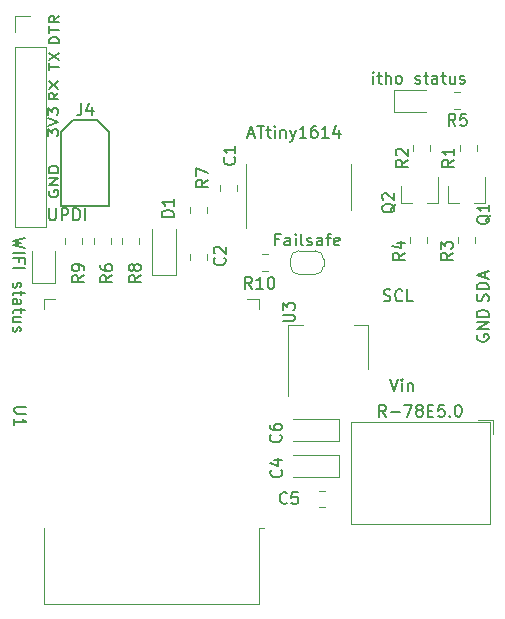
<source format=gto>
G04 #@! TF.GenerationSoftware,KiCad,Pcbnew,(5.1.9-0-10_14)*
G04 #@! TF.CreationDate,2021-01-28T13:50:09+01:00*
G04 #@! TF.ProjectId,ithowifi,6974686f-7769-4666-992e-6b696361645f,rev?*
G04 #@! TF.SameCoordinates,Original*
G04 #@! TF.FileFunction,Legend,Top*
G04 #@! TF.FilePolarity,Positive*
%FSLAX46Y46*%
G04 Gerber Fmt 4.6, Leading zero omitted, Abs format (unit mm)*
G04 Created by KiCad (PCBNEW (5.1.9-0-10_14)) date 2021-01-28 13:50:09*
%MOMM*%
%LPD*%
G01*
G04 APERTURE LIST*
%ADD10C,0.150000*%
%ADD11C,0.120000*%
G04 APERTURE END LIST*
D10*
X87331600Y-121259504D02*
X87293504Y-121354742D01*
X87293504Y-121497600D01*
X87331600Y-121640457D01*
X87407790Y-121735695D01*
X87483980Y-121783314D01*
X87636361Y-121830933D01*
X87750647Y-121830933D01*
X87903028Y-121783314D01*
X87979219Y-121735695D01*
X88055409Y-121640457D01*
X88093504Y-121497600D01*
X88093504Y-121402361D01*
X88055409Y-121259504D01*
X88017314Y-121211885D01*
X87750647Y-121211885D01*
X87750647Y-121402361D01*
X88093504Y-120783314D02*
X87293504Y-120783314D01*
X88093504Y-120211885D01*
X87293504Y-120211885D01*
X88093504Y-119735695D02*
X87293504Y-119735695D01*
X87293504Y-119497600D01*
X87331600Y-119354742D01*
X87407790Y-119259504D01*
X87483980Y-119211885D01*
X87636361Y-119164266D01*
X87750647Y-119164266D01*
X87903028Y-119211885D01*
X87979219Y-119259504D01*
X88055409Y-119354742D01*
X88093504Y-119497600D01*
X88093504Y-119735695D01*
X87268104Y-116681095D02*
X87268104Y-116062047D01*
X87572866Y-116395380D01*
X87572866Y-116252523D01*
X87610961Y-116157285D01*
X87649057Y-116109666D01*
X87725247Y-116062047D01*
X87915723Y-116062047D01*
X87991914Y-116109666D01*
X88030009Y-116157285D01*
X88068104Y-116252523D01*
X88068104Y-116538238D01*
X88030009Y-116633476D01*
X87991914Y-116681095D01*
X87268104Y-115776333D02*
X88068104Y-115443000D01*
X87268104Y-115109666D01*
X87268104Y-114871571D02*
X87268104Y-114252523D01*
X87572866Y-114585857D01*
X87572866Y-114443000D01*
X87610961Y-114347761D01*
X87649057Y-114300142D01*
X87725247Y-114252523D01*
X87915723Y-114252523D01*
X87991914Y-114300142D01*
X88030009Y-114347761D01*
X88068104Y-114443000D01*
X88068104Y-114728714D01*
X88030009Y-114823952D01*
X87991914Y-114871571D01*
X87325390Y-122769380D02*
X87325390Y-123578904D01*
X87373009Y-123674142D01*
X87420628Y-123721761D01*
X87515866Y-123769380D01*
X87706342Y-123769380D01*
X87801580Y-123721761D01*
X87849200Y-123674142D01*
X87896819Y-123578904D01*
X87896819Y-122769380D01*
X88373009Y-123769380D02*
X88373009Y-122769380D01*
X88753961Y-122769380D01*
X88849200Y-122817000D01*
X88896819Y-122864619D01*
X88944438Y-122959857D01*
X88944438Y-123102714D01*
X88896819Y-123197952D01*
X88849200Y-123245571D01*
X88753961Y-123293190D01*
X88373009Y-123293190D01*
X89373009Y-123769380D02*
X89373009Y-122769380D01*
X89611104Y-122769380D01*
X89753961Y-122817000D01*
X89849200Y-122912238D01*
X89896819Y-123007476D01*
X89944438Y-123197952D01*
X89944438Y-123340809D01*
X89896819Y-123531285D01*
X89849200Y-123626523D01*
X89753961Y-123721761D01*
X89611104Y-123769380D01*
X89373009Y-123769380D01*
X90373009Y-123769380D02*
X90373009Y-122769380D01*
X88093504Y-112968066D02*
X87712552Y-113301400D01*
X88093504Y-113539495D02*
X87293504Y-113539495D01*
X87293504Y-113158542D01*
X87331600Y-113063304D01*
X87369695Y-113015685D01*
X87445885Y-112968066D01*
X87560171Y-112968066D01*
X87636361Y-113015685D01*
X87674457Y-113063304D01*
X87712552Y-113158542D01*
X87712552Y-113539495D01*
X87293504Y-112634733D02*
X88093504Y-111968066D01*
X87293504Y-111968066D02*
X88093504Y-112634733D01*
X87318904Y-111048704D02*
X87318904Y-110477276D01*
X88118904Y-110762990D02*
X87318904Y-110762990D01*
X87318904Y-110239180D02*
X88118904Y-109572514D01*
X87318904Y-109572514D02*
X88118904Y-110239180D01*
X88144304Y-108788057D02*
X87344304Y-108788057D01*
X87344304Y-108549961D01*
X87382400Y-108407104D01*
X87458590Y-108311866D01*
X87534780Y-108264247D01*
X87687161Y-108216628D01*
X87801447Y-108216628D01*
X87953828Y-108264247D01*
X88030019Y-108311866D01*
X88106209Y-108407104D01*
X88144304Y-108549961D01*
X88144304Y-108788057D01*
X87344304Y-107930914D02*
X87344304Y-107359485D01*
X88144304Y-107645200D02*
X87344304Y-107645200D01*
X88144304Y-106454723D02*
X87763352Y-106788057D01*
X88144304Y-107026152D02*
X87344304Y-107026152D01*
X87344304Y-106645200D01*
X87382400Y-106549961D01*
X87420495Y-106502342D01*
X87496685Y-106454723D01*
X87610971Y-106454723D01*
X87687161Y-106502342D01*
X87725257Y-106549961D01*
X87763352Y-106645200D01*
X87763352Y-107026152D01*
X116197190Y-137247380D02*
X116530523Y-138247380D01*
X116863857Y-137247380D01*
X117197190Y-138247380D02*
X117197190Y-137580714D01*
X117197190Y-137247380D02*
X117149571Y-137295000D01*
X117197190Y-137342619D01*
X117244809Y-137295000D01*
X117197190Y-137247380D01*
X117197190Y-137342619D01*
X117673380Y-137580714D02*
X117673380Y-138247380D01*
X117673380Y-137675952D02*
X117721000Y-137628333D01*
X117816238Y-137580714D01*
X117959095Y-137580714D01*
X118054333Y-137628333D01*
X118101952Y-137723571D01*
X118101952Y-138247380D01*
X123579000Y-133476904D02*
X123531380Y-133572142D01*
X123531380Y-133715000D01*
X123579000Y-133857857D01*
X123674238Y-133953095D01*
X123769476Y-134000714D01*
X123959952Y-134048333D01*
X124102809Y-134048333D01*
X124293285Y-134000714D01*
X124388523Y-133953095D01*
X124483761Y-133857857D01*
X124531380Y-133715000D01*
X124531380Y-133619761D01*
X124483761Y-133476904D01*
X124436142Y-133429285D01*
X124102809Y-133429285D01*
X124102809Y-133619761D01*
X124531380Y-133000714D02*
X123531380Y-133000714D01*
X124531380Y-132429285D01*
X123531380Y-132429285D01*
X124531380Y-131953095D02*
X123531380Y-131953095D01*
X123531380Y-131715000D01*
X123579000Y-131572142D01*
X123674238Y-131476904D01*
X123769476Y-131429285D01*
X123959952Y-131381666D01*
X124102809Y-131381666D01*
X124293285Y-131429285D01*
X124388523Y-131476904D01*
X124483761Y-131572142D01*
X124531380Y-131715000D01*
X124531380Y-131953095D01*
X115649523Y-130579761D02*
X115792380Y-130627380D01*
X116030476Y-130627380D01*
X116125714Y-130579761D01*
X116173333Y-130532142D01*
X116220952Y-130436904D01*
X116220952Y-130341666D01*
X116173333Y-130246428D01*
X116125714Y-130198809D01*
X116030476Y-130151190D01*
X115840000Y-130103571D01*
X115744761Y-130055952D01*
X115697142Y-130008333D01*
X115649523Y-129913095D01*
X115649523Y-129817857D01*
X115697142Y-129722619D01*
X115744761Y-129675000D01*
X115840000Y-129627380D01*
X116078095Y-129627380D01*
X116220952Y-129675000D01*
X117220952Y-130532142D02*
X117173333Y-130579761D01*
X117030476Y-130627380D01*
X116935238Y-130627380D01*
X116792380Y-130579761D01*
X116697142Y-130484523D01*
X116649523Y-130389285D01*
X116601904Y-130198809D01*
X116601904Y-130055952D01*
X116649523Y-129865476D01*
X116697142Y-129770238D01*
X116792380Y-129675000D01*
X116935238Y-129627380D01*
X117030476Y-129627380D01*
X117173333Y-129675000D01*
X117220952Y-129722619D01*
X118125714Y-130627380D02*
X117649523Y-130627380D01*
X117649523Y-129627380D01*
X124483761Y-130627285D02*
X124531380Y-130484428D01*
X124531380Y-130246333D01*
X124483761Y-130151095D01*
X124436142Y-130103476D01*
X124340904Y-130055857D01*
X124245666Y-130055857D01*
X124150428Y-130103476D01*
X124102809Y-130151095D01*
X124055190Y-130246333D01*
X124007571Y-130436809D01*
X123959952Y-130532047D01*
X123912333Y-130579666D01*
X123817095Y-130627285D01*
X123721857Y-130627285D01*
X123626619Y-130579666D01*
X123579000Y-130532047D01*
X123531380Y-130436809D01*
X123531380Y-130198714D01*
X123579000Y-130055857D01*
X124531380Y-129627285D02*
X123531380Y-129627285D01*
X123531380Y-129389190D01*
X123579000Y-129246333D01*
X123674238Y-129151095D01*
X123769476Y-129103476D01*
X123959952Y-129055857D01*
X124102809Y-129055857D01*
X124293285Y-129103476D01*
X124388523Y-129151095D01*
X124483761Y-129246333D01*
X124531380Y-129389190D01*
X124531380Y-129627285D01*
X124245666Y-128674904D02*
X124245666Y-128198714D01*
X124531380Y-128770142D02*
X123531380Y-128436809D01*
X124531380Y-128103476D01*
D11*
X103997600Y-120966000D02*
X103997600Y-124416000D01*
X103997600Y-120966000D02*
X103997600Y-119016000D01*
X112867600Y-120966000D02*
X112867600Y-122916000D01*
X112867600Y-120966000D02*
X112867600Y-119016000D01*
D10*
X88366600Y-116332000D02*
X88366600Y-122555000D01*
X89382600Y-115316000D02*
X88366600Y-116332000D01*
X91414600Y-115316000D02*
X89382600Y-115316000D01*
X92430600Y-116332000D02*
X91414600Y-115316000D01*
X92430600Y-122555000D02*
X92430600Y-116332000D01*
X88366600Y-122555000D02*
X92430600Y-122555000D01*
D11*
X105097600Y-131260400D02*
X105097600Y-130480400D01*
X105097600Y-130480400D02*
X104097600Y-130480400D01*
X86857600Y-131260400D02*
X86857600Y-130480400D01*
X86857600Y-130480400D02*
X87857600Y-130480400D01*
X105097600Y-156225400D02*
X86857600Y-156225400D01*
X86857600Y-156225400D02*
X86857600Y-149805400D01*
X105097600Y-156225400D02*
X105097600Y-149805400D01*
X105097600Y-149805400D02*
X105477600Y-149805400D01*
X110554200Y-127055600D02*
X110554200Y-127655600D01*
X108454200Y-126355600D02*
X109854200Y-126355600D01*
X107754200Y-127655600D02*
X107754200Y-127055600D01*
X109854200Y-128355600D02*
X108454200Y-128355600D01*
X110554200Y-127655600D02*
G75*
G02*
X109854200Y-128355600I-700000J0D01*
G01*
X109854200Y-126355600D02*
G75*
G02*
X110554200Y-127055600I0J-700000D01*
G01*
X107754200Y-127055600D02*
G75*
G02*
X108454200Y-126355600I700000J0D01*
G01*
X108454200Y-128355600D02*
G75*
G02*
X107754200Y-127655600I0J700000D01*
G01*
X105306122Y-126645600D02*
X105823278Y-126645600D01*
X105306122Y-128065600D02*
X105823278Y-128065600D01*
X107946400Y-142489200D02*
X111856400Y-142489200D01*
X111856400Y-142489200D02*
X111856400Y-140619200D01*
X111856400Y-140619200D02*
X107946400Y-140619200D01*
X107950200Y-145486400D02*
X111860200Y-145486400D01*
X111860200Y-145486400D02*
X111860200Y-143616400D01*
X111860200Y-143616400D02*
X107950200Y-143616400D01*
X85908000Y-126404100D02*
X85908000Y-129089100D01*
X85908000Y-129089100D02*
X87828000Y-129089100D01*
X87828000Y-129089100D02*
X87828000Y-126404100D01*
X90118000Y-125265922D02*
X90118000Y-125783078D01*
X88698000Y-125265922D02*
X88698000Y-125783078D01*
X114357200Y-132608000D02*
X113097200Y-132608000D01*
X107537200Y-132608000D02*
X108797200Y-132608000D01*
X114357200Y-136368000D02*
X114357200Y-132608000D01*
X107537200Y-138618000D02*
X107537200Y-132608000D01*
X93524000Y-125783078D02*
X93524000Y-125265922D01*
X94944000Y-125783078D02*
X94944000Y-125265922D01*
X99239000Y-123166878D02*
X99239000Y-122649722D01*
X100659000Y-123166878D02*
X100659000Y-122649722D01*
X84395000Y-124367600D02*
X87055000Y-124367600D01*
X84395000Y-109067600D02*
X84395000Y-124367600D01*
X87055000Y-109067600D02*
X87055000Y-124367600D01*
X84395000Y-109067600D02*
X87055000Y-109067600D01*
X84395000Y-107797600D02*
X84395000Y-106467600D01*
X84395000Y-106467600D02*
X85725000Y-106467600D01*
X96028000Y-128436200D02*
X98028000Y-128436200D01*
X98028000Y-128436200D02*
X98028000Y-124536200D01*
X96028000Y-128436200D02*
X96028000Y-124536200D01*
X110178322Y-146660800D02*
X110695478Y-146660800D01*
X110178322Y-148080800D02*
X110695478Y-148080800D01*
X100659000Y-126614422D02*
X100659000Y-127131578D01*
X99239000Y-126614422D02*
X99239000Y-127131578D01*
X119237000Y-112705000D02*
X116552000Y-112705000D01*
X116552000Y-112705000D02*
X116552000Y-114625000D01*
X116552000Y-114625000D02*
X119237000Y-114625000D01*
X92531000Y-125783078D02*
X92531000Y-125265922D01*
X91111000Y-125783078D02*
X91111000Y-125265922D01*
X122150878Y-114375000D02*
X121633722Y-114375000D01*
X122150878Y-112955000D02*
X121633722Y-112955000D01*
X119328000Y-125202422D02*
X119328000Y-125719578D01*
X117908000Y-125202422D02*
X117908000Y-125719578D01*
X123392000Y-125202422D02*
X123392000Y-125719578D01*
X121972000Y-125202422D02*
X121972000Y-125719578D01*
X119582000Y-117365822D02*
X119582000Y-117882978D01*
X118162000Y-117365822D02*
X118162000Y-117882978D01*
X122149800Y-117882978D02*
X122149800Y-117365822D01*
X123569800Y-117882978D02*
X123569800Y-117365822D01*
X103224400Y-121312678D02*
X103224400Y-120795522D01*
X101804400Y-121312678D02*
X101804400Y-120795522D01*
X117078600Y-122299000D02*
X118008600Y-122299000D01*
X120238600Y-122299000D02*
X119308600Y-122299000D01*
X120238600Y-122299000D02*
X120238600Y-120139000D01*
X117078600Y-122299000D02*
X117078600Y-120839000D01*
X121076600Y-122299000D02*
X122006600Y-122299000D01*
X124236600Y-122299000D02*
X123306600Y-122299000D01*
X124236600Y-122299000D02*
X124236600Y-120139000D01*
X121076600Y-122299000D02*
X121076600Y-120839000D01*
X124630600Y-149511200D02*
X112909600Y-149511200D01*
X124630600Y-140891200D02*
X112909600Y-140891200D01*
X124630600Y-149511200D02*
X124630600Y-140891200D01*
X112909600Y-149511200D02*
X112909600Y-140891200D01*
X124870600Y-141891200D02*
X124870600Y-140651200D01*
X124870600Y-140651200D02*
X123630600Y-140651200D01*
D10*
X104196047Y-116498666D02*
X104672238Y-116498666D01*
X104100809Y-116784380D02*
X104434142Y-115784380D01*
X104767476Y-116784380D01*
X104957952Y-115784380D02*
X105529380Y-115784380D01*
X105243666Y-116784380D02*
X105243666Y-115784380D01*
X105719857Y-116117714D02*
X106100809Y-116117714D01*
X105862714Y-115784380D02*
X105862714Y-116641523D01*
X105910333Y-116736761D01*
X106005571Y-116784380D01*
X106100809Y-116784380D01*
X106434142Y-116784380D02*
X106434142Y-116117714D01*
X106434142Y-115784380D02*
X106386523Y-115832000D01*
X106434142Y-115879619D01*
X106481761Y-115832000D01*
X106434142Y-115784380D01*
X106434142Y-115879619D01*
X106910333Y-116117714D02*
X106910333Y-116784380D01*
X106910333Y-116212952D02*
X106957952Y-116165333D01*
X107053190Y-116117714D01*
X107196047Y-116117714D01*
X107291285Y-116165333D01*
X107338904Y-116260571D01*
X107338904Y-116784380D01*
X107719857Y-116117714D02*
X107957952Y-116784380D01*
X108196047Y-116117714D02*
X107957952Y-116784380D01*
X107862714Y-117022476D01*
X107815095Y-117070095D01*
X107719857Y-117117714D01*
X109100809Y-116784380D02*
X108529380Y-116784380D01*
X108815095Y-116784380D02*
X108815095Y-115784380D01*
X108719857Y-115927238D01*
X108624619Y-116022476D01*
X108529380Y-116070095D01*
X109957952Y-115784380D02*
X109767476Y-115784380D01*
X109672238Y-115832000D01*
X109624619Y-115879619D01*
X109529380Y-116022476D01*
X109481761Y-116212952D01*
X109481761Y-116593904D01*
X109529380Y-116689142D01*
X109577000Y-116736761D01*
X109672238Y-116784380D01*
X109862714Y-116784380D01*
X109957952Y-116736761D01*
X110005571Y-116689142D01*
X110053190Y-116593904D01*
X110053190Y-116355809D01*
X110005571Y-116260571D01*
X109957952Y-116212952D01*
X109862714Y-116165333D01*
X109672238Y-116165333D01*
X109577000Y-116212952D01*
X109529380Y-116260571D01*
X109481761Y-116355809D01*
X111005571Y-116784380D02*
X110434142Y-116784380D01*
X110719857Y-116784380D02*
X110719857Y-115784380D01*
X110624619Y-115927238D01*
X110529380Y-116022476D01*
X110434142Y-116070095D01*
X111862714Y-116117714D02*
X111862714Y-116784380D01*
X111624619Y-115736761D02*
X111386523Y-116451047D01*
X112005571Y-116451047D01*
X90052566Y-113879380D02*
X90052566Y-114593666D01*
X90004947Y-114736523D01*
X89909709Y-114831761D01*
X89766852Y-114879380D01*
X89671614Y-114879380D01*
X90957328Y-114212714D02*
X90957328Y-114879380D01*
X90719233Y-113831761D02*
X90481138Y-114546047D01*
X91100185Y-114546047D01*
X85383619Y-139573095D02*
X84574095Y-139573095D01*
X84478857Y-139620714D01*
X84431238Y-139668333D01*
X84383619Y-139763571D01*
X84383619Y-139954047D01*
X84431238Y-140049285D01*
X84478857Y-140096904D01*
X84574095Y-140144523D01*
X85383619Y-140144523D01*
X84383619Y-141144523D02*
X84383619Y-140573095D01*
X84383619Y-140858809D02*
X85383619Y-140858809D01*
X85240761Y-140763571D01*
X85145523Y-140668333D01*
X85097904Y-140573095D01*
X106773247Y-125384171D02*
X106439914Y-125384171D01*
X106439914Y-125907980D02*
X106439914Y-124907980D01*
X106916104Y-124907980D01*
X107725628Y-125907980D02*
X107725628Y-125384171D01*
X107678009Y-125288933D01*
X107582771Y-125241314D01*
X107392295Y-125241314D01*
X107297057Y-125288933D01*
X107725628Y-125860361D02*
X107630390Y-125907980D01*
X107392295Y-125907980D01*
X107297057Y-125860361D01*
X107249438Y-125765123D01*
X107249438Y-125669885D01*
X107297057Y-125574647D01*
X107392295Y-125527028D01*
X107630390Y-125527028D01*
X107725628Y-125479409D01*
X108201819Y-125907980D02*
X108201819Y-125241314D01*
X108201819Y-124907980D02*
X108154200Y-124955600D01*
X108201819Y-125003219D01*
X108249438Y-124955600D01*
X108201819Y-124907980D01*
X108201819Y-125003219D01*
X108820866Y-125907980D02*
X108725628Y-125860361D01*
X108678009Y-125765123D01*
X108678009Y-124907980D01*
X109154200Y-125860361D02*
X109249438Y-125907980D01*
X109439914Y-125907980D01*
X109535152Y-125860361D01*
X109582771Y-125765123D01*
X109582771Y-125717504D01*
X109535152Y-125622266D01*
X109439914Y-125574647D01*
X109297057Y-125574647D01*
X109201819Y-125527028D01*
X109154200Y-125431790D01*
X109154200Y-125384171D01*
X109201819Y-125288933D01*
X109297057Y-125241314D01*
X109439914Y-125241314D01*
X109535152Y-125288933D01*
X110439914Y-125907980D02*
X110439914Y-125384171D01*
X110392295Y-125288933D01*
X110297057Y-125241314D01*
X110106580Y-125241314D01*
X110011342Y-125288933D01*
X110439914Y-125860361D02*
X110344676Y-125907980D01*
X110106580Y-125907980D01*
X110011342Y-125860361D01*
X109963723Y-125765123D01*
X109963723Y-125669885D01*
X110011342Y-125574647D01*
X110106580Y-125527028D01*
X110344676Y-125527028D01*
X110439914Y-125479409D01*
X110773247Y-125241314D02*
X111154200Y-125241314D01*
X110916104Y-125907980D02*
X110916104Y-125050838D01*
X110963723Y-124955600D01*
X111058961Y-124907980D01*
X111154200Y-124907980D01*
X111868485Y-125860361D02*
X111773247Y-125907980D01*
X111582771Y-125907980D01*
X111487533Y-125860361D01*
X111439914Y-125765123D01*
X111439914Y-125384171D01*
X111487533Y-125288933D01*
X111582771Y-125241314D01*
X111773247Y-125241314D01*
X111868485Y-125288933D01*
X111916104Y-125384171D01*
X111916104Y-125479409D01*
X111439914Y-125574647D01*
X104487742Y-129585980D02*
X104154409Y-129109790D01*
X103916314Y-129585980D02*
X103916314Y-128585980D01*
X104297266Y-128585980D01*
X104392504Y-128633600D01*
X104440123Y-128681219D01*
X104487742Y-128776457D01*
X104487742Y-128919314D01*
X104440123Y-129014552D01*
X104392504Y-129062171D01*
X104297266Y-129109790D01*
X103916314Y-129109790D01*
X105440123Y-129585980D02*
X104868695Y-129585980D01*
X105154409Y-129585980D02*
X105154409Y-128585980D01*
X105059171Y-128728838D01*
X104963933Y-128824076D01*
X104868695Y-128871695D01*
X106059171Y-128585980D02*
X106154409Y-128585980D01*
X106249647Y-128633600D01*
X106297266Y-128681219D01*
X106344885Y-128776457D01*
X106392504Y-128966933D01*
X106392504Y-129205028D01*
X106344885Y-129395504D01*
X106297266Y-129490742D01*
X106249647Y-129538361D01*
X106154409Y-129585980D01*
X106059171Y-129585980D01*
X105963933Y-129538361D01*
X105916314Y-129490742D01*
X105868695Y-129395504D01*
X105821076Y-129205028D01*
X105821076Y-128966933D01*
X105868695Y-128776457D01*
X105916314Y-128681219D01*
X105963933Y-128633600D01*
X106059171Y-128585980D01*
X106910142Y-141949466D02*
X106957761Y-141997085D01*
X107005380Y-142139942D01*
X107005380Y-142235180D01*
X106957761Y-142378038D01*
X106862523Y-142473276D01*
X106767285Y-142520895D01*
X106576809Y-142568514D01*
X106433952Y-142568514D01*
X106243476Y-142520895D01*
X106148238Y-142473276D01*
X106053000Y-142378038D01*
X106005380Y-142235180D01*
X106005380Y-142139942D01*
X106053000Y-141997085D01*
X106100619Y-141949466D01*
X106005380Y-141092323D02*
X106005380Y-141282800D01*
X106053000Y-141378038D01*
X106100619Y-141425657D01*
X106243476Y-141520895D01*
X106433952Y-141568514D01*
X106814904Y-141568514D01*
X106910142Y-141520895D01*
X106957761Y-141473276D01*
X107005380Y-141378038D01*
X107005380Y-141187561D01*
X106957761Y-141092323D01*
X106910142Y-141044704D01*
X106814904Y-140997085D01*
X106576809Y-140997085D01*
X106481571Y-141044704D01*
X106433952Y-141092323D01*
X106386333Y-141187561D01*
X106386333Y-141378038D01*
X106433952Y-141473276D01*
X106481571Y-141520895D01*
X106576809Y-141568514D01*
X106960942Y-144921266D02*
X107008561Y-144968885D01*
X107056180Y-145111742D01*
X107056180Y-145206980D01*
X107008561Y-145349838D01*
X106913323Y-145445076D01*
X106818085Y-145492695D01*
X106627609Y-145540314D01*
X106484752Y-145540314D01*
X106294276Y-145492695D01*
X106199038Y-145445076D01*
X106103800Y-145349838D01*
X106056180Y-145206980D01*
X106056180Y-145111742D01*
X106103800Y-144968885D01*
X106151419Y-144921266D01*
X106389514Y-144064123D02*
X107056180Y-144064123D01*
X106008561Y-144302219D02*
X106722847Y-144540314D01*
X106722847Y-143921266D01*
X85256619Y-125286000D02*
X84256619Y-125524095D01*
X84970904Y-125714571D01*
X84256619Y-125905047D01*
X85256619Y-126143142D01*
X84256619Y-126524095D02*
X85256619Y-126524095D01*
X84780428Y-127333619D02*
X84780428Y-127000285D01*
X84256619Y-127000285D02*
X85256619Y-127000285D01*
X85256619Y-127476476D01*
X84256619Y-127857428D02*
X85256619Y-127857428D01*
X84304238Y-129047904D02*
X84256619Y-129143142D01*
X84256619Y-129333619D01*
X84304238Y-129428857D01*
X84399476Y-129476476D01*
X84447095Y-129476476D01*
X84542333Y-129428857D01*
X84589952Y-129333619D01*
X84589952Y-129190761D01*
X84637571Y-129095523D01*
X84732809Y-129047904D01*
X84780428Y-129047904D01*
X84875666Y-129095523D01*
X84923285Y-129190761D01*
X84923285Y-129333619D01*
X84875666Y-129428857D01*
X84923285Y-129762190D02*
X84923285Y-130143142D01*
X85256619Y-129905047D02*
X84399476Y-129905047D01*
X84304238Y-129952666D01*
X84256619Y-130047904D01*
X84256619Y-130143142D01*
X84256619Y-130905047D02*
X84780428Y-130905047D01*
X84875666Y-130857428D01*
X84923285Y-130762190D01*
X84923285Y-130571714D01*
X84875666Y-130476476D01*
X84304238Y-130905047D02*
X84256619Y-130809809D01*
X84256619Y-130571714D01*
X84304238Y-130476476D01*
X84399476Y-130428857D01*
X84494714Y-130428857D01*
X84589952Y-130476476D01*
X84637571Y-130571714D01*
X84637571Y-130809809D01*
X84685190Y-130905047D01*
X84923285Y-131238380D02*
X84923285Y-131619333D01*
X85256619Y-131381238D02*
X84399476Y-131381238D01*
X84304238Y-131428857D01*
X84256619Y-131524095D01*
X84256619Y-131619333D01*
X84923285Y-132381238D02*
X84256619Y-132381238D01*
X84923285Y-131952666D02*
X84399476Y-131952666D01*
X84304238Y-132000285D01*
X84256619Y-132095523D01*
X84256619Y-132238380D01*
X84304238Y-132333619D01*
X84351857Y-132381238D01*
X84304238Y-132809809D02*
X84256619Y-132905047D01*
X84256619Y-133095523D01*
X84304238Y-133190761D01*
X84399476Y-133238380D01*
X84447095Y-133238380D01*
X84542333Y-133190761D01*
X84589952Y-133095523D01*
X84589952Y-132952666D01*
X84637571Y-132857428D01*
X84732809Y-132809809D01*
X84780428Y-132809809D01*
X84875666Y-132857428D01*
X84923285Y-132952666D01*
X84923285Y-133095523D01*
X84875666Y-133190761D01*
X90241380Y-128436666D02*
X89765190Y-128770000D01*
X90241380Y-129008095D02*
X89241380Y-129008095D01*
X89241380Y-128627142D01*
X89289000Y-128531904D01*
X89336619Y-128484285D01*
X89431857Y-128436666D01*
X89574714Y-128436666D01*
X89669952Y-128484285D01*
X89717571Y-128531904D01*
X89765190Y-128627142D01*
X89765190Y-129008095D01*
X90241380Y-127960476D02*
X90241380Y-127770000D01*
X90193761Y-127674761D01*
X90146142Y-127627142D01*
X90003285Y-127531904D01*
X89812809Y-127484285D01*
X89431857Y-127484285D01*
X89336619Y-127531904D01*
X89289000Y-127579523D01*
X89241380Y-127674761D01*
X89241380Y-127865238D01*
X89289000Y-127960476D01*
X89336619Y-128008095D01*
X89431857Y-128055714D01*
X89669952Y-128055714D01*
X89765190Y-128008095D01*
X89812809Y-127960476D01*
X89860428Y-127865238D01*
X89860428Y-127674761D01*
X89812809Y-127579523D01*
X89765190Y-127531904D01*
X89669952Y-127484285D01*
X107097580Y-132333504D02*
X107907104Y-132333504D01*
X108002342Y-132285885D01*
X108049961Y-132238266D01*
X108097580Y-132143028D01*
X108097580Y-131952552D01*
X108049961Y-131857314D01*
X108002342Y-131809695D01*
X107907104Y-131762076D01*
X107097580Y-131762076D01*
X107097580Y-131381123D02*
X107097580Y-130762076D01*
X107478533Y-131095409D01*
X107478533Y-130952552D01*
X107526152Y-130857314D01*
X107573771Y-130809695D01*
X107669009Y-130762076D01*
X107907104Y-130762076D01*
X108002342Y-130809695D01*
X108049961Y-130857314D01*
X108097580Y-130952552D01*
X108097580Y-131238266D01*
X108049961Y-131333504D01*
X108002342Y-131381123D01*
X95067380Y-128436666D02*
X94591190Y-128770000D01*
X95067380Y-129008095D02*
X94067380Y-129008095D01*
X94067380Y-128627142D01*
X94115000Y-128531904D01*
X94162619Y-128484285D01*
X94257857Y-128436666D01*
X94400714Y-128436666D01*
X94495952Y-128484285D01*
X94543571Y-128531904D01*
X94591190Y-128627142D01*
X94591190Y-129008095D01*
X94495952Y-127865238D02*
X94448333Y-127960476D01*
X94400714Y-128008095D01*
X94305476Y-128055714D01*
X94257857Y-128055714D01*
X94162619Y-128008095D01*
X94115000Y-127960476D01*
X94067380Y-127865238D01*
X94067380Y-127674761D01*
X94115000Y-127579523D01*
X94162619Y-127531904D01*
X94257857Y-127484285D01*
X94305476Y-127484285D01*
X94400714Y-127531904D01*
X94448333Y-127579523D01*
X94495952Y-127674761D01*
X94495952Y-127865238D01*
X94543571Y-127960476D01*
X94591190Y-128008095D01*
X94686428Y-128055714D01*
X94876904Y-128055714D01*
X94972142Y-128008095D01*
X95019761Y-127960476D01*
X95067380Y-127865238D01*
X95067380Y-127674761D01*
X95019761Y-127579523D01*
X94972142Y-127531904D01*
X94876904Y-127484285D01*
X94686428Y-127484285D01*
X94591190Y-127531904D01*
X94543571Y-127579523D01*
X94495952Y-127674761D01*
X100782380Y-120359466D02*
X100306190Y-120692800D01*
X100782380Y-120930895D02*
X99782380Y-120930895D01*
X99782380Y-120549942D01*
X99830000Y-120454704D01*
X99877619Y-120407085D01*
X99972857Y-120359466D01*
X100115714Y-120359466D01*
X100210952Y-120407085D01*
X100258571Y-120454704D01*
X100306190Y-120549942D01*
X100306190Y-120930895D01*
X99782380Y-120026133D02*
X99782380Y-119359466D01*
X100782380Y-119788038D01*
X97861380Y-123495295D02*
X96861380Y-123495295D01*
X96861380Y-123257200D01*
X96909000Y-123114342D01*
X97004238Y-123019104D01*
X97099476Y-122971485D01*
X97289952Y-122923866D01*
X97432809Y-122923866D01*
X97623285Y-122971485D01*
X97718523Y-123019104D01*
X97813761Y-123114342D01*
X97861380Y-123257200D01*
X97861380Y-123495295D01*
X97861380Y-121971485D02*
X97861380Y-122542914D01*
X97861380Y-122257200D02*
X96861380Y-122257200D01*
X97004238Y-122352438D01*
X97099476Y-122447676D01*
X97147095Y-122542914D01*
X107453133Y-147702542D02*
X107405514Y-147750161D01*
X107262657Y-147797780D01*
X107167419Y-147797780D01*
X107024561Y-147750161D01*
X106929323Y-147654923D01*
X106881704Y-147559685D01*
X106834085Y-147369209D01*
X106834085Y-147226352D01*
X106881704Y-147035876D01*
X106929323Y-146940638D01*
X107024561Y-146845400D01*
X107167419Y-146797780D01*
X107262657Y-146797780D01*
X107405514Y-146845400D01*
X107453133Y-146893019D01*
X108357895Y-146797780D02*
X107881704Y-146797780D01*
X107834085Y-147273971D01*
X107881704Y-147226352D01*
X107976942Y-147178733D01*
X108215038Y-147178733D01*
X108310276Y-147226352D01*
X108357895Y-147273971D01*
X108405514Y-147369209D01*
X108405514Y-147607304D01*
X108357895Y-147702542D01*
X108310276Y-147750161D01*
X108215038Y-147797780D01*
X107976942Y-147797780D01*
X107881704Y-147750161D01*
X107834085Y-147702542D01*
X102160342Y-126961166D02*
X102207961Y-127008785D01*
X102255580Y-127151642D01*
X102255580Y-127246880D01*
X102207961Y-127389738D01*
X102112723Y-127484976D01*
X102017485Y-127532595D01*
X101827009Y-127580214D01*
X101684152Y-127580214D01*
X101493676Y-127532595D01*
X101398438Y-127484976D01*
X101303200Y-127389738D01*
X101255580Y-127246880D01*
X101255580Y-127151642D01*
X101303200Y-127008785D01*
X101350819Y-126961166D01*
X101350819Y-126580214D02*
X101303200Y-126532595D01*
X101255580Y-126437357D01*
X101255580Y-126199261D01*
X101303200Y-126104023D01*
X101350819Y-126056404D01*
X101446057Y-126008785D01*
X101541295Y-126008785D01*
X101684152Y-126056404D01*
X102255580Y-126627833D01*
X102255580Y-126008785D01*
X114760857Y-112212380D02*
X114760857Y-111545714D01*
X114760857Y-111212380D02*
X114713238Y-111260000D01*
X114760857Y-111307619D01*
X114808476Y-111260000D01*
X114760857Y-111212380D01*
X114760857Y-111307619D01*
X115094190Y-111545714D02*
X115475142Y-111545714D01*
X115237047Y-111212380D02*
X115237047Y-112069523D01*
X115284666Y-112164761D01*
X115379904Y-112212380D01*
X115475142Y-112212380D01*
X115808476Y-112212380D02*
X115808476Y-111212380D01*
X116237047Y-112212380D02*
X116237047Y-111688571D01*
X116189428Y-111593333D01*
X116094190Y-111545714D01*
X115951333Y-111545714D01*
X115856095Y-111593333D01*
X115808476Y-111640952D01*
X116856095Y-112212380D02*
X116760857Y-112164761D01*
X116713238Y-112117142D01*
X116665619Y-112021904D01*
X116665619Y-111736190D01*
X116713238Y-111640952D01*
X116760857Y-111593333D01*
X116856095Y-111545714D01*
X116998952Y-111545714D01*
X117094190Y-111593333D01*
X117141809Y-111640952D01*
X117189428Y-111736190D01*
X117189428Y-112021904D01*
X117141809Y-112117142D01*
X117094190Y-112164761D01*
X116998952Y-112212380D01*
X116856095Y-112212380D01*
X118332285Y-112164761D02*
X118427523Y-112212380D01*
X118618000Y-112212380D01*
X118713238Y-112164761D01*
X118760857Y-112069523D01*
X118760857Y-112021904D01*
X118713238Y-111926666D01*
X118618000Y-111879047D01*
X118475142Y-111879047D01*
X118379904Y-111831428D01*
X118332285Y-111736190D01*
X118332285Y-111688571D01*
X118379904Y-111593333D01*
X118475142Y-111545714D01*
X118618000Y-111545714D01*
X118713238Y-111593333D01*
X119046571Y-111545714D02*
X119427523Y-111545714D01*
X119189428Y-111212380D02*
X119189428Y-112069523D01*
X119237047Y-112164761D01*
X119332285Y-112212380D01*
X119427523Y-112212380D01*
X120189428Y-112212380D02*
X120189428Y-111688571D01*
X120141809Y-111593333D01*
X120046571Y-111545714D01*
X119856095Y-111545714D01*
X119760857Y-111593333D01*
X120189428Y-112164761D02*
X120094190Y-112212380D01*
X119856095Y-112212380D01*
X119760857Y-112164761D01*
X119713238Y-112069523D01*
X119713238Y-111974285D01*
X119760857Y-111879047D01*
X119856095Y-111831428D01*
X120094190Y-111831428D01*
X120189428Y-111783809D01*
X120522761Y-111545714D02*
X120903714Y-111545714D01*
X120665619Y-111212380D02*
X120665619Y-112069523D01*
X120713238Y-112164761D01*
X120808476Y-112212380D01*
X120903714Y-112212380D01*
X121665619Y-111545714D02*
X121665619Y-112212380D01*
X121237047Y-111545714D02*
X121237047Y-112069523D01*
X121284666Y-112164761D01*
X121379904Y-112212380D01*
X121522761Y-112212380D01*
X121618000Y-112164761D01*
X121665619Y-112117142D01*
X122094190Y-112164761D02*
X122189428Y-112212380D01*
X122379904Y-112212380D01*
X122475142Y-112164761D01*
X122522761Y-112069523D01*
X122522761Y-112021904D01*
X122475142Y-111926666D01*
X122379904Y-111879047D01*
X122237047Y-111879047D01*
X122141809Y-111831428D01*
X122094190Y-111736190D01*
X122094190Y-111688571D01*
X122141809Y-111593333D01*
X122237047Y-111545714D01*
X122379904Y-111545714D01*
X122475142Y-111593333D01*
X92654380Y-128436666D02*
X92178190Y-128770000D01*
X92654380Y-129008095D02*
X91654380Y-129008095D01*
X91654380Y-128627142D01*
X91702000Y-128531904D01*
X91749619Y-128484285D01*
X91844857Y-128436666D01*
X91987714Y-128436666D01*
X92082952Y-128484285D01*
X92130571Y-128531904D01*
X92178190Y-128627142D01*
X92178190Y-129008095D01*
X91654380Y-127579523D02*
X91654380Y-127770000D01*
X91702000Y-127865238D01*
X91749619Y-127912857D01*
X91892476Y-128008095D01*
X92082952Y-128055714D01*
X92463904Y-128055714D01*
X92559142Y-128008095D01*
X92606761Y-127960476D01*
X92654380Y-127865238D01*
X92654380Y-127674761D01*
X92606761Y-127579523D01*
X92559142Y-127531904D01*
X92463904Y-127484285D01*
X92225809Y-127484285D01*
X92130571Y-127531904D01*
X92082952Y-127579523D01*
X92035333Y-127674761D01*
X92035333Y-127865238D01*
X92082952Y-127960476D01*
X92130571Y-128008095D01*
X92225809Y-128055714D01*
X121725633Y-115767380D02*
X121392300Y-115291190D01*
X121154204Y-115767380D02*
X121154204Y-114767380D01*
X121535157Y-114767380D01*
X121630395Y-114815000D01*
X121678014Y-114862619D01*
X121725633Y-114957857D01*
X121725633Y-115100714D01*
X121678014Y-115195952D01*
X121630395Y-115243571D01*
X121535157Y-115291190D01*
X121154204Y-115291190D01*
X122630395Y-114767380D02*
X122154204Y-114767380D01*
X122106585Y-115243571D01*
X122154204Y-115195952D01*
X122249442Y-115148333D01*
X122487538Y-115148333D01*
X122582776Y-115195952D01*
X122630395Y-115243571D01*
X122678014Y-115338809D01*
X122678014Y-115576904D01*
X122630395Y-115672142D01*
X122582776Y-115719761D01*
X122487538Y-115767380D01*
X122249442Y-115767380D01*
X122154204Y-115719761D01*
X122106585Y-115672142D01*
X117419380Y-126531666D02*
X116943190Y-126865000D01*
X117419380Y-127103095D02*
X116419380Y-127103095D01*
X116419380Y-126722142D01*
X116467000Y-126626904D01*
X116514619Y-126579285D01*
X116609857Y-126531666D01*
X116752714Y-126531666D01*
X116847952Y-126579285D01*
X116895571Y-126626904D01*
X116943190Y-126722142D01*
X116943190Y-127103095D01*
X116752714Y-125674523D02*
X117419380Y-125674523D01*
X116371761Y-125912619D02*
X117086047Y-126150714D01*
X117086047Y-125531666D01*
X121483380Y-126531666D02*
X121007190Y-126865000D01*
X121483380Y-127103095D02*
X120483380Y-127103095D01*
X120483380Y-126722142D01*
X120531000Y-126626904D01*
X120578619Y-126579285D01*
X120673857Y-126531666D01*
X120816714Y-126531666D01*
X120911952Y-126579285D01*
X120959571Y-126626904D01*
X121007190Y-126722142D01*
X121007190Y-127103095D01*
X120483380Y-126198333D02*
X120483380Y-125579285D01*
X120864333Y-125912619D01*
X120864333Y-125769761D01*
X120911952Y-125674523D01*
X120959571Y-125626904D01*
X121054809Y-125579285D01*
X121292904Y-125579285D01*
X121388142Y-125626904D01*
X121435761Y-125674523D01*
X121483380Y-125769761D01*
X121483380Y-126055476D01*
X121435761Y-126150714D01*
X121388142Y-126198333D01*
X117673380Y-118657666D02*
X117197190Y-118991000D01*
X117673380Y-119229095D02*
X116673380Y-119229095D01*
X116673380Y-118848142D01*
X116721000Y-118752904D01*
X116768619Y-118705285D01*
X116863857Y-118657666D01*
X117006714Y-118657666D01*
X117101952Y-118705285D01*
X117149571Y-118752904D01*
X117197190Y-118848142D01*
X117197190Y-119229095D01*
X116768619Y-118276714D02*
X116721000Y-118229095D01*
X116673380Y-118133857D01*
X116673380Y-117895761D01*
X116721000Y-117800523D01*
X116768619Y-117752904D01*
X116863857Y-117705285D01*
X116959095Y-117705285D01*
X117101952Y-117752904D01*
X117673380Y-118324333D01*
X117673380Y-117705285D01*
X121610380Y-118657666D02*
X121134190Y-118991000D01*
X121610380Y-119229095D02*
X120610380Y-119229095D01*
X120610380Y-118848142D01*
X120658000Y-118752904D01*
X120705619Y-118705285D01*
X120800857Y-118657666D01*
X120943714Y-118657666D01*
X121038952Y-118705285D01*
X121086571Y-118752904D01*
X121134190Y-118848142D01*
X121134190Y-119229095D01*
X121610380Y-117705285D02*
X121610380Y-118276714D01*
X121610380Y-117991000D02*
X120610380Y-117991000D01*
X120753238Y-118086238D01*
X120848476Y-118181476D01*
X120896095Y-118276714D01*
X102998542Y-118454466D02*
X103046161Y-118502085D01*
X103093780Y-118644942D01*
X103093780Y-118740180D01*
X103046161Y-118883038D01*
X102950923Y-118978276D01*
X102855685Y-119025895D01*
X102665209Y-119073514D01*
X102522352Y-119073514D01*
X102331876Y-119025895D01*
X102236638Y-118978276D01*
X102141400Y-118883038D01*
X102093780Y-118740180D01*
X102093780Y-118644942D01*
X102141400Y-118502085D01*
X102189019Y-118454466D01*
X103093780Y-117502085D02*
X103093780Y-118073514D01*
X103093780Y-117787800D02*
X102093780Y-117787800D01*
X102236638Y-117883038D01*
X102331876Y-117978276D01*
X102379495Y-118073514D01*
X116622219Y-122380238D02*
X116574600Y-122475476D01*
X116479361Y-122570714D01*
X116336504Y-122713571D01*
X116288885Y-122808809D01*
X116288885Y-122904047D01*
X116526980Y-122856428D02*
X116479361Y-122951666D01*
X116384123Y-123046904D01*
X116193647Y-123094523D01*
X115860314Y-123094523D01*
X115669838Y-123046904D01*
X115574600Y-122951666D01*
X115526980Y-122856428D01*
X115526980Y-122665952D01*
X115574600Y-122570714D01*
X115669838Y-122475476D01*
X115860314Y-122427857D01*
X116193647Y-122427857D01*
X116384123Y-122475476D01*
X116479361Y-122570714D01*
X116526980Y-122665952D01*
X116526980Y-122856428D01*
X115622219Y-122046904D02*
X115574600Y-121999285D01*
X115526980Y-121904047D01*
X115526980Y-121665952D01*
X115574600Y-121570714D01*
X115622219Y-121523095D01*
X115717457Y-121475476D01*
X115812695Y-121475476D01*
X115955552Y-121523095D01*
X116526980Y-122094523D01*
X116526980Y-121475476D01*
X124664719Y-123348738D02*
X124617100Y-123443976D01*
X124521861Y-123539214D01*
X124379004Y-123682071D01*
X124331385Y-123777309D01*
X124331385Y-123872547D01*
X124569480Y-123824928D02*
X124521861Y-123920166D01*
X124426623Y-124015404D01*
X124236147Y-124063023D01*
X123902814Y-124063023D01*
X123712338Y-124015404D01*
X123617100Y-123920166D01*
X123569480Y-123824928D01*
X123569480Y-123634452D01*
X123617100Y-123539214D01*
X123712338Y-123443976D01*
X123902814Y-123396357D01*
X124236147Y-123396357D01*
X124426623Y-123443976D01*
X124521861Y-123539214D01*
X124569480Y-123634452D01*
X124569480Y-123824928D01*
X124569480Y-122443976D02*
X124569480Y-123015404D01*
X124569480Y-122729690D02*
X123569480Y-122729690D01*
X123712338Y-122824928D01*
X123807576Y-122920166D01*
X123855195Y-123015404D01*
X115814838Y-140406380D02*
X115481504Y-139930190D01*
X115243409Y-140406380D02*
X115243409Y-139406380D01*
X115624361Y-139406380D01*
X115719600Y-139454000D01*
X115767219Y-139501619D01*
X115814838Y-139596857D01*
X115814838Y-139739714D01*
X115767219Y-139834952D01*
X115719600Y-139882571D01*
X115624361Y-139930190D01*
X115243409Y-139930190D01*
X116243409Y-140025428D02*
X117005314Y-140025428D01*
X117386266Y-139406380D02*
X118052933Y-139406380D01*
X117624361Y-140406380D01*
X118576742Y-139834952D02*
X118481504Y-139787333D01*
X118433885Y-139739714D01*
X118386266Y-139644476D01*
X118386266Y-139596857D01*
X118433885Y-139501619D01*
X118481504Y-139454000D01*
X118576742Y-139406380D01*
X118767219Y-139406380D01*
X118862457Y-139454000D01*
X118910076Y-139501619D01*
X118957695Y-139596857D01*
X118957695Y-139644476D01*
X118910076Y-139739714D01*
X118862457Y-139787333D01*
X118767219Y-139834952D01*
X118576742Y-139834952D01*
X118481504Y-139882571D01*
X118433885Y-139930190D01*
X118386266Y-140025428D01*
X118386266Y-140215904D01*
X118433885Y-140311142D01*
X118481504Y-140358761D01*
X118576742Y-140406380D01*
X118767219Y-140406380D01*
X118862457Y-140358761D01*
X118910076Y-140311142D01*
X118957695Y-140215904D01*
X118957695Y-140025428D01*
X118910076Y-139930190D01*
X118862457Y-139882571D01*
X118767219Y-139834952D01*
X119386266Y-139882571D02*
X119719600Y-139882571D01*
X119862457Y-140406380D02*
X119386266Y-140406380D01*
X119386266Y-139406380D01*
X119862457Y-139406380D01*
X120767219Y-139406380D02*
X120291028Y-139406380D01*
X120243409Y-139882571D01*
X120291028Y-139834952D01*
X120386266Y-139787333D01*
X120624361Y-139787333D01*
X120719600Y-139834952D01*
X120767219Y-139882571D01*
X120814838Y-139977809D01*
X120814838Y-140215904D01*
X120767219Y-140311142D01*
X120719600Y-140358761D01*
X120624361Y-140406380D01*
X120386266Y-140406380D01*
X120291028Y-140358761D01*
X120243409Y-140311142D01*
X121243409Y-140311142D02*
X121291028Y-140358761D01*
X121243409Y-140406380D01*
X121195790Y-140358761D01*
X121243409Y-140311142D01*
X121243409Y-140406380D01*
X121910076Y-139406380D02*
X122005314Y-139406380D01*
X122100552Y-139454000D01*
X122148171Y-139501619D01*
X122195790Y-139596857D01*
X122243409Y-139787333D01*
X122243409Y-140025428D01*
X122195790Y-140215904D01*
X122148171Y-140311142D01*
X122100552Y-140358761D01*
X122005314Y-140406380D01*
X121910076Y-140406380D01*
X121814838Y-140358761D01*
X121767219Y-140311142D01*
X121719600Y-140215904D01*
X121671980Y-140025428D01*
X121671980Y-139787333D01*
X121719600Y-139596857D01*
X121767219Y-139501619D01*
X121814838Y-139454000D01*
X121910076Y-139406380D01*
M02*

</source>
